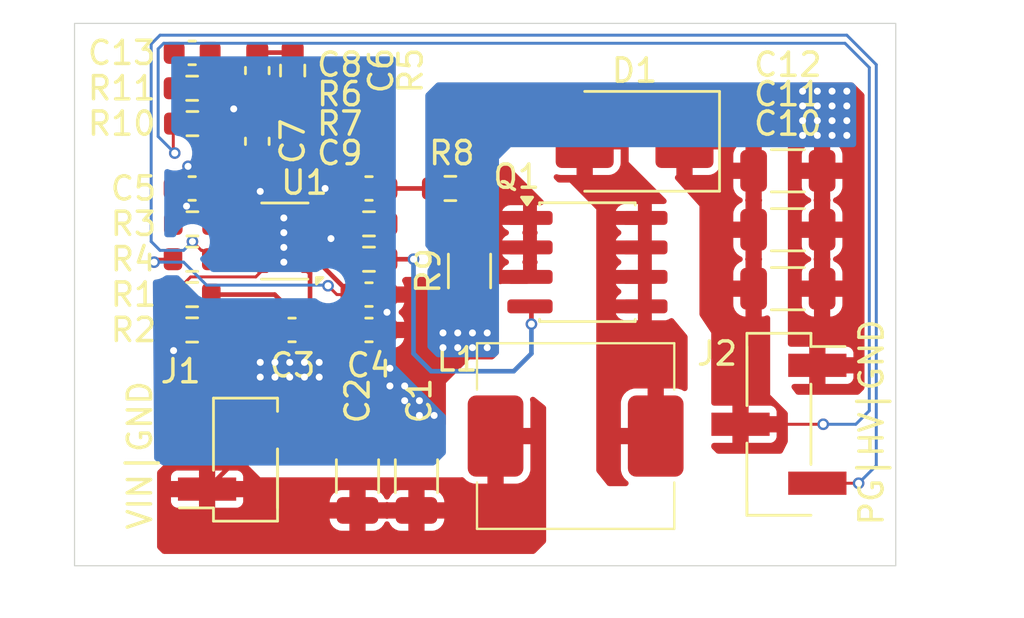
<source format=kicad_pcb>
(kicad_pcb (version 20241229) (generator "pcbnew") (generator_version "9.0")
  (layers (0 "F.Cu" signal) (2 "B.Cu" signal) (13 "F.Paste" user) (15 "B.Paste" user) (5 "F.SilkS" user "F.Silkscreen") (7 "B.SilkS" user "B.Silkscreen") (1 "F.Mask" user) (3 "B.Mask" user) (25 "Edge.Cuts" user))
  (net 0 "")
  (net 1 "GND")
  (net 2 "Net-(J1-Pin_1)")
  (net 3 "Net-(U1-SS)")
  (net 4 "Net-(C8-Pad1)")
  (net 5 "Net-(U1-COMP)")
  (net 6 "Net-(C6-Pad1)")
  (net 7 "PWR_HV_VCC")
  (net 8 "Net-(D1-K)")
  (net 9 "Net-(U1-FB)")
  (net 10 "Net-(D1-A)")
  (net 11 "PW_GOOD")
  (net 12 "Net-(Q1-S-Pad1)")
  (net 13 "Net-(Q1-G)")
  (net 14 "Net-(U1-UVLO{slash}EN{slash}SYNC)")
  (net 15 "Net-(U1-RT)")
  (net 16 "Net-(U1-CS)")
  (net 17 "Net-(U1-GATE)")
  (footprint "Resistor_SMD:R_0603_1608Metric" (layer "F.Cu") (at 112.014 64.008 180)
    (property "Reference" "R3" (at 2.54 0 0) (layer "F.SilkS"))
    (property "Value" "220k")
    (fp_line (start -0.237258 0.5225) (end 0.237258 0.5225) (stroke (width 0.12)) (layer "F.SilkS"))
    (fp_line (start -0.237258 -0.5225) (end 0.237258 -0.5225) (stroke (width 0.12)) (layer "F.SilkS"))
    (pad "1" smd roundrect (at -0.825 0 180) (size 0.8 0.95) (layers "F.Cu" "F.Mask" "F.Paste") (net 15 "Net-(U1-RT)"))
    (pad "2" smd roundrect (at 0.825 0 180) (size 0.8 0.95) (layers "F.Cu" "F.Mask" "F.Paste") (net 1 "GND"))
  )
  (footprint "Capacitor_SMD:C_0603_1608Metric" (layer "F.Cu") (at 112.001 56.642 180)
    (property "Reference" "C13" (at 3.035 0 0) (layer "F.SilkS"))
    (property "Value" "NC")
    (fp_line (start -0.14058 0.51) (end 0.14058 0.51) (stroke (width 0.12)) (layer "F.SilkS"))
    (fp_line (start -0.14058 -0.51) (end 0.14058 -0.51) (stroke (width 0.12)) (layer "F.SilkS"))
    (pad "1" smd roundrect (at -0.775 0 180) (size 0.9 0.95) (layers "F.Cu" "F.Mask" "F.Paste") (net 9 "Net-(U1-FB)"))
    (pad "2" smd roundrect (at 0.775 0 180) (size 0.9 0.95) (layers "F.Cu" "F.Mask" "F.Paste") (net 1 "GND"))
  )
  (footprint "Capacitor_SMD:C_1206_3216Metric" (layer "F.Cu") (at 137.668 64.262)
    (property "Reference" "C11" (at 0 -5.842 0) (layer "F.SilkS"))
    (property "Value" "0.47u/200V")
    (fp_line (start -0.711252 -0.91) (end 0.711252 -0.91) (stroke (width 0.12)) (layer "F.SilkS"))
    (fp_line (start -0.711252 0.91) (end 0.711252 0.91) (stroke (width 0.12)) (layer "F.SilkS"))
    (pad "1" smd roundrect (at -1.475 0) (size 1.15 1.8) (layers "F.Cu" "F.Mask" "F.Paste") (roundrect_rratio 0.217391) (net 8 "Net-(D1-K)"))
    (pad "2" smd roundrect (at 1.475 0) (size 1.15 1.8) (layers "F.Cu" "F.Mask" "F.Paste") (roundrect_rratio 0.217391) (net 1 "GND"))
  )
  (footprint "Package_SO:SOIC-8_3.9x4.9mm_P1.27mm" (layer "F.Cu") (at 129.032 65.659)
    (property "Reference" "Q1" (at -3.048 -3.683 0) (layer "F.SilkS"))
    (property "Value" "FDS2734")
    (fp_line (start -2.06 -2.56) (end 2.06 -2.56) (stroke (width 0.12)) (layer "F.SilkS"))
    (fp_line (start -2.06 -2.465) (end -2.06 -2.56) (stroke (width 0.12)) (layer "F.SilkS"))
    (fp_line (start -2.06 2.56) (end -2.06 2.465) (stroke (width 0.12)) (layer "F.SilkS"))
    (fp_line (start 2.06 -2.56) (end 2.06 -2.465) (stroke (width 0.12)) (layer "F.SilkS"))
    (fp_line (start 2.06 2.465) (end 2.06 2.56) (stroke (width 0.12)) (layer "F.SilkS"))
    (fp_line (start 2.06 2.56) (end -2.06 2.56) (stroke (width 0.12)) (layer "F.SilkS"))
    (fp_poly (pts (xy -2.6 -2.47) (xy -2.84 -2.8) (xy -2.36 -2.8)) (stroke (width 0.12)) (fill yes) (layer "F.SilkS"))
    (pad "1" smd roundrect (at -2.475 -1.905) (size 1.95 0.6) (layers "F.Cu" "F.Mask" "F.Paste") (net 12 "Net-(Q1-S-Pad1)"))
    (pad "2" smd roundrect (at -2.475 -0.635) (size 1.95 0.6) (layers "F.Cu" "F.Mask" "F.Paste") (net 12 "Net-(Q1-S-Pad1)"))
    (pad "3" smd roundrect (at -2.475 0.635) (size 1.95 0.6) (layers "F.Cu" "F.Mask" "F.Paste") (net 12 "Net-(Q1-S-Pad1)"))
    (pad "4" smd roundrect (at -2.475 1.905) (size 1.95 0.6) (layers "F.Cu" "F.Mask" "F.Paste") (net 13 "Net-(Q1-G)"))
    (pad "5" smd roundrect (at 2.475 1.905) (size 1.95 0.6) (layers "F.Cu" "F.Mask" "F.Paste") (net 10 "Net-(D1-A)"))
    (pad "6" smd roundrect (at 2.475 0.635) (size 1.95 0.6) (layers "F.Cu" "F.Mask" "F.Paste") (net 10 "Net-(D1-A)"))
    (pad "7" smd roundrect (at 2.475 -0.635) (size 1.95 0.6) (layers "F.Cu" "F.Mask" "F.Paste") (net 10 "Net-(D1-A)"))
    (pad "8" smd roundrect (at 2.475 -1.905) (size 1.95 0.6) (layers "F.Cu" "F.Mask" "F.Paste") (net 10 "Net-(D1-A)"))
  )
  (footprint "Resistor_SMD:R_0603_1608Metric" (layer "F.Cu") (at 112.001 67.056 180)
    (property "Reference" "R1" (at 2.527 0 0) (layer "F.SilkS"))
    (property "Value" "50k")
    (fp_line (start -0.237258 0.5225) (end 0.237258 0.5225) (stroke (width 0.12)) (layer "F.SilkS"))
    (fp_line (start -0.237258 -0.5225) (end 0.237258 -0.5225) (stroke (width 0.12)) (layer "F.SilkS"))
    (pad "1" smd roundrect (at -0.825 0 180) (size 0.8 0.95) (layers "F.Cu" "F.Mask" "F.Paste") (net 2 "Net-(J1-Pin_1)"))
    (pad "2" smd roundrect (at 0.825 0 180) (size 0.8 0.95) (layers "F.Cu" "F.Mask" "F.Paste") (net 14 "Net-(U1-UVLO{slash}EN{slash}SYNC)"))
  )
  (footprint "Capacitor_SMD:C_0603_1608Metric" (layer "F.Cu") (at 114.808 60.452 90)
    (property "Reference" "C7" (at 0 1.524 90) (layer "F.SilkS"))
    (property "Value" "33p")
    (fp_line (start -0.14058 -0.51) (end 0.14058 -0.51) (stroke (width 0.12)) (layer "F.SilkS"))
    (fp_line (start -0.14058 0.51) (end 0.14058 0.51) (stroke (width 0.12)) (layer "F.SilkS"))
    (pad "1" smd roundrect (at -0.775 0 90) (size 0.9 0.95) (layers "F.Cu" "F.Mask" "F.Paste") (net 5 "Net-(U1-COMP)"))
    (pad "2" smd roundrect (at 0.775 0 90) (size 0.9 0.95) (layers "F.Cu" "F.Mask" "F.Paste") (net 1 "GND"))
  )
  (footprint "Capacitor_SMD:C_0603_1608Metric" (layer "F.Cu") (at 112.001 62.484 180)
    (property "Reference" "C5" (at 2.527 0 0) (layer "F.SilkS"))
    (property "Value" "180n")
    (fp_line (start -0.14058 0.51) (end 0.14058 0.51) (stroke (width 0.12)) (layer "F.SilkS"))
    (fp_line (start -0.14058 -0.51) (end 0.14058 -0.51) (stroke (width 0.12)) (layer "F.SilkS"))
    (pad "1" smd roundrect (at -0.775 0 180) (size 0.9 0.95) (layers "F.Cu" "F.Mask" "F.Paste") (net 3 "Net-(U1-SS)"))
    (pad "2" smd roundrect (at 0.775 0 180) (size 0.9 0.95) (layers "F.Cu" "F.Mask" "F.Paste") (net 1 "GND"))
  )
  (footprint "johnson:PowerInductor_8mmx8.5mm" (layer "F.Cu") (at 128.524 73.152)
    (property "Reference" "L1" (at -5.105 -3.302 0) (layer "F.SilkS"))
    (property "Value" "PSPMAA0805-100M-ANP")
    (fp_line (start -4.25 -4) (end -4.25 -2) (stroke (width 0.1)) (layer "F.SilkS"))
    (fp_line (start -4.25 -4) (end 4.25 -4) (stroke (width 0.1)) (layer "F.SilkS"))
    (fp_line (start -4.25 2) (end -4.25 4) (stroke (width 0.1)) (layer "F.SilkS"))
    (fp_line (start -4.25 4) (end 4.25 4) (stroke (width 0.1)) (layer "F.SilkS"))
    (fp_line (start 4.25 -4) (end 4.25 -2) (stroke (width 0.1)) (layer "F.SilkS"))
    (fp_line (start 4.25 4) (end 4.25 2) (stroke (width 0.1)) (layer "F.SilkS"))
    (pad "1" smd roundrect (at -3.45 0) (size 2.4 3.5) (layers "F.Cu" "F.Mask" "F.Paste") (roundrect_rratio 0.15) (net 2 "Net-(J1-Pin_1)"))
    (pad "2" smd roundrect (at 3.45 0) (size 2.4 3.5) (layers "F.Cu" "F.Mask" "F.Paste") (roundrect_rratio 0.15) (net 10 "Net-(D1-A)"))
  )
  (footprint "Connector_PinHeader_2.54mm:PinHeader_1x03_P2.54mm_Vertical_SMD_Pin1Right" (layer "F.Cu") (at 137.283 72.644)
    (property "Reference" "J2" (at -2.663 -3.048 0) (layer "F.SilkS"))
    (property "Value" "X6511WVS-03H-C60D48R1")
    (fp_line (start -1.38 -3.92) (end -1.38 -0.81) (stroke (width 0.12)) (layer "F.SilkS"))
    (fp_line (start -1.38 -3.92) (end 1.38 -3.92) (stroke (width 0.12)) (layer "F.SilkS"))
    (fp_line (start -1.38 -3.35) (end -1.38 -0.81) (stroke (width 0.12)) (layer "F.SilkS"))
    (fp_line (start -1.38 0.81) (end -1.38 3.92) (stroke (width 0.12)) (layer "F.SilkS"))
    (fp_line (start -1.38 3.35) (end -1.38 3.92) (stroke (width 0.12)) (layer "F.SilkS"))
    (fp_line (start -1.38 3.92) (end 1.38 3.92) (stroke (width 0.12)) (layer "F.SilkS"))
    (fp_line (start 1.38 -3.92) (end 1.38 -3.35) (stroke (width 0.12)) (layer "F.SilkS"))
    (fp_line (start 1.38 -3.35) (end 2.85 -3.35) (stroke (width 0.12)) (layer "F.SilkS"))
    (fp_line (start 1.38 -1.73) (end 1.38 1.73) (stroke (width 0.12)) (layer "F.SilkS"))
    (pad "1" smd rect (at 1.655 -2.54) (size 2.51 1) (layers "F.Cu" "F.Mask" "F.Paste") (net 1 "GND"))
    (pad "2" smd rect (at -1.655 0) (size 2.51 1) (layers "F.Cu" "F.Mask" "F.Paste") (net 8 "Net-(D1-K)"))
    (pad "3" smd rect (at 1.655 2.54) (size 2.51 1) (layers "F.Cu" "F.Mask" "F.Paste") (net 11 "PW_GOOD"))
  )
  (footprint "Resistor_SMD:R_0603_1608Metric" (layer "F.Cu") (at 112.014 59.69)
    (property "Reference" "R10" (at -3.048 0 0) (layer "F.SilkS"))
    (property "Value" "50k")
    (fp_line (start -0.237258 -0.5225) (end 0.237258 -0.5225) (stroke (width 0.12)) (layer "F.SilkS"))
    (fp_line (start -0.237258 0.5225) (end 0.237258 0.5225) (stroke (width 0.12)) (layer "F.SilkS"))
    (pad "1" smd roundrect (at -0.825 0) (size 0.8 0.95) (layers "F.Cu" "F.Mask" "F.Paste") (net 8 "Net-(D1-K)"))
    (pad "2" smd roundrect (at 0.825 0) (size 0.8 0.95) (layers "F.Cu" "F.Mask" "F.Paste") (net 9 "Net-(U1-FB)"))
  )
  (footprint "Capacitor_SMD:C_1206_3216Metric" (layer "F.Cu") (at 137.668 61.722)
    (property "Reference" "C12" (at 0 -4.572 0) (layer "F.SilkS"))
    (property "Value" "0.47u/200V")
    (fp_line (start -0.711252 -0.91) (end 0.711252 -0.91) (stroke (width 0.12)) (layer "F.SilkS"))
    (fp_line (start -0.711252 0.91) (end 0.711252 0.91) (stroke (width 0.12)) (layer "F.SilkS"))
    (pad "1" smd roundrect (at -1.475 0) (size 1.15 1.8) (layers "F.Cu" "F.Mask" "F.Paste") (roundrect_rratio 0.217391) (net 8 "Net-(D1-K)"))
    (pad "2" smd roundrect (at 1.475 0) (size 1.15 1.8) (layers "F.Cu" "F.Mask" "F.Paste") (roundrect_rratio 0.217391) (net 1 "GND"))
  )
  (footprint "Resistor_SMD:R_0603_1608Metric" (layer "F.Cu") (at 119.621 65.532)
    (property "Reference" "R7" (at -1.257 -5.842 0) (layer "F.SilkS"))
    (property "Value" "0")
    (fp_line (start -0.237258 -0.5225) (end 0.237258 -0.5225) (stroke (width 0.12)) (layer "F.SilkS"))
    (fp_line (start -0.237258 0.5225) (end 0.237258 0.5225) (stroke (width 0.12)) (layer "F.SilkS"))
    (pad "1" smd roundrect (at -0.825 0) (size 0.8 0.95) (layers "F.Cu" "F.Mask" "F.Paste") (net 17 "Net-(U1-GATE)"))
    (pad "2" smd roundrect (at 0.825 0) (size 0.8 0.95) (layers "F.Cu" "F.Mask" "F.Paste") (net 13 "Net-(Q1-G)"))
  )
  (footprint "Diode_SMD:D_SMB" (layer "F.Cu") (at 131.064 60.452 180)
    (property "Reference" "D1" (at 0 3.048 0) (layer "F.SilkS"))
    (property "Value" "ES5EB")
    (fp_line (start -3.66 2.15) (end 2.15 2.15) (stroke (width 0.12)) (layer "F.SilkS"))
    (fp_line (start -3.66 -2.15) (end 2.15 -2.15) (stroke (width 0.12)) (layer "F.SilkS"))
    (fp_line (start -3.66 -2.15) (end -3.66 2.15) (stroke (width 0.12)) (layer "F.SilkS"))
    (pad "1" smd roundrect (at -2.15 0 180) (size 2.5 2.3) (layers "F.Cu" "F.Mask" "F.Paste") (roundrect_rratio 0.1086956522) (net 8 "Net-(D1-K)"))
    (pad "2" smd roundrect (at 2.15 0 180) (size 2.5 2.3) (layers "F.Cu" "F.Mask" "F.Paste") (roundrect_rratio 0.1086956522) (net 10 "Net-(D1-A)"))
  )
  (footprint "Capacitor_SMD:C_0603_1608Metric" (layer "F.Cu") (at 119.621 68.58)
    (property "Reference" "C4" (at 0.013 1.524 0) (layer "F.SilkS"))
    (property "Value" "0.1u")
    (fp_line (start -0.14058 -0.51) (end 0.14058 -0.51) (stroke (width 0.12)) (layer "F.SilkS"))
    (fp_line (start -0.14058 0.51) (end 0.14058 0.51) (stroke (width 0.12)) (layer "F.SilkS"))
    (pad "1" smd roundrect (at -0.775 0) (size 0.9 0.95) (layers "F.Cu" "F.Mask" "F.Paste") (net 2 "Net-(J1-Pin_1)"))
    (pad "2" smd roundrect (at 0.775 0) (size 0.9 0.95) (layers "F.Cu" "F.Mask" "F.Paste") (net 1 "GND"))
  )
  (footprint "Capacitor_SMD:C_1206_3216Metric" (layer "F.Cu") (at 137.668 66.802)
    (property "Reference" "C10" (at 0 -7.112 180) (layer "F.SilkS"))
    (property "Value" "0.1u/200V")
    (fp_line (start -0.711252 -0.91) (end 0.711252 -0.91) (stroke (width 0.12)) (layer "F.SilkS"))
    (fp_line (start -0.711252 0.91) (end 0.711252 0.91) (stroke (width 0.12)) (layer "F.SilkS"))
    (pad "1" smd roundrect (at -1.475 0) (size 1.15 1.8) (layers "F.Cu" "F.Mask" "F.Paste") (roundrect_rratio 0.217391) (net 8 "Net-(D1-K)"))
    (pad "2" smd roundrect (at 1.475 0) (size 1.15 1.8) (layers "F.Cu" "F.Mask" "F.Paste") (roundrect_rratio 0.217391) (net 1 "GND"))
  )
  (footprint "Package_SON:WSON-12-1EP_3x2mm_P0.5mm_EP1x2.65" (layer "F.Cu") (at 115.987 64.75 180)
    (property "Reference" "U1" (at -0.853 2.52 0) (layer "F.SilkS"))
    (property "Value" "LM5155")
    (fp_line (start -1 -1.64) (end 1 -1.64) (stroke (width 0.12)) (layer "F.SilkS"))
    (fp_line (start -1.01 1.64) (end 0.99 1.64) (stroke (width 0.12)) (layer "F.SilkS"))
    (fp_poly (pts (xy -1.37 -1.57) (xy -1.65 -1.57) (xy -1.37 -1.85) (xy -1.37 -1.57)) (stroke (width 0.12)) (fill yes) (layer "F.SilkS"))
    (pad "1" smd roundrect (at -0.95 -1.25 180) (size 0.5 0.25) (layers "F.Cu" "F.Mask" "F.Paste") (net 2 "Net-(J1-Pin_1)"))
    (pad "2" smd roundrect (at -0.95 -0.75 180) (size 0.5 0.25) (layers "F.Cu" "F.Mask" "F.Paste") (net 7 "PWR_HV_VCC"))
    (pad "3" smd roundrect (at -0.95 -0.25 180) (size 0.5 0.25) (layers "F.Cu" "F.Mask" "F.Paste") (net 17 "Net-(U1-GATE)"))
    (pad "4" smd roundrect (at -0.95 0.25 180) (size 0.5 0.25) (layers "F.Cu" "F.Mask" "F.Paste") (net 1 "GND"))
    (pad "5" smd roundrect (at -0.95 0.75 180) (size 0.5 0.25) (layers "F.Cu" "F.Mask" "F.Paste") (net 16 "Net-(U1-CS)"))
    (pad "6" smd roundrect (at -0.95 1.25 180) (size 0.5 0.25) (layers "F.Cu" "F.Mask" "F.Paste") (net 5 "Net-(U1-COMP)"))
    (pad "7" smd roundrect (at 0.95 1.25 180) (size 0.5 0.25) (layers "F.Cu" "F.Mask" "F.Paste") (net 1 "GND"))
    (pad "8" smd roundrect (at 0.95 0.75 180) (size 0.5 0.25) (layers "F.Cu" "F.Mask" "F.Paste") (net 9 "Net-(U1-FB)"))
    (pad "9" smd roundrect (at 0.95 0.25 180) (size 0.5 0.25) (layers "F.Cu" "F.Mask" "F.Paste") (net 3 "Net-(U1-SS)"))
    (pad "10" smd roundrect (at 0.95 -0.25 180) (size 0.5 0.25) (layers "F.Cu" "F.Mask" "F.Paste") (net 15 "Net-(U1-RT)"))
    (pad "11" smd roundrect (at 0.95 -0.75 180) (size 0.5 0.25) (layers "F.Cu" "F.Mask" "F.Paste") (net 11 "PW_GOOD"))
    (pad "12" smd roundrect (at 0.95 -1.25 180) (size 0.5 0.25) (layers "F.Cu" "F.Mask" "F.Paste") (net 14 "Net-(U1-UVLO{slash}EN{slash}SYNC)"))
    (pad "13" smd rect (at 0 0 180) (size 1 2.65) (layers "F.Cu" "F.Mask") (net 1 "GND"))
  )
  (footprint "Capacitor_SMD:C_1206_3216Metric" (layer "F.Cu") (at 121.666 74.881 90)
    (property "Reference" "C1" (at 3.253 0.123 90) (layer "F.SilkS"))
    (property "Value" "100u")
    (fp_line (start -0.711252 -0.91) (end 0.711252 -0.91) (stroke (width 0.12)) (layer "F.SilkS"))
    (fp_line (start -0.711252 0.91) (end 0.711252 0.91) (stroke (width 0.12)) (layer "F.SilkS"))
    (pad "1" smd roundrect (at -1.475 0 90) (size 1.15 1.8) (layers "F.Cu" "F.Mask" "F.Paste") (roundrect_rratio 0.217391) (net 2 "Net-(J1-Pin_1)"))
    (pad "2" smd roundrect (at 1.475 0 90) (size 1.15 1.8) (layers "F.Cu" "F.Mask" "F.Paste") (roundrect_rratio 0.217391) (net 1 "GND"))
  )
  (footprint "Resistor_SMD:R_0603_1608Metric" (layer "F.Cu") (at 112.001 58.166 180)
    (property "Reference" "R11" (at 3.035 0 0) (layer "F.SilkS"))
    (property "Value" "300")
    (fp_line (start -0.237258 0.5225) (end 0.237258 0.5225) (stroke (width 0.12)) (layer "F.SilkS"))
    (fp_line (start -0.237258 -0.5225) (end 0.237258 -0.5225) (stroke (width 0.12)) (layer "F.SilkS"))
    (pad "1" smd roundrect (at -0.825 0 180) (size 0.8 0.95) (layers "F.Cu" "F.Mask" "F.Paste") (net 9 "Net-(U1-FB)"))
    (pad "2" smd roundrect (at 0.825 0 180) (size 0.8 0.95) (layers "F.Cu" "F.Mask" "F.Paste") (net 1 "GND"))
  )
  (footprint "Connector_PinHeader_2.54mm:PinHeader_1x02_P2.54mm_Vertical_SMD_Pin1Right" (layer "F.Cu") (at 114.3 74.168 180)
    (property "Reference" "J1" (at 2.794 3.81 0) (layer "F.SilkS"))
    (property "Value" "X6511WVS-02H-C60D48R1")
    (fp_line (start 1.38 -0.46) (end 1.38 2.65) (stroke (width 0.12)) (layer "F.SilkS"))
    (fp_line (start 1.38 -2.08) (end 2.85 -2.08) (stroke (width 0.12)) (layer "F.SilkS"))
    (fp_line (start 1.38 -2.65) (end 1.38 -2.08) (stroke (width 0.12)) (layer "F.SilkS"))
    (fp_line (start -1.38 2.65) (end 1.38 2.65) (stroke (width 0.12)) (layer "F.SilkS"))
    (fp_line (start -1.38 2.08) (end -1.38 2.65) (stroke (width 0.12)) (layer "F.SilkS"))
    (fp_line (start -1.38 -2.08) (end -1.38 0.46) (stroke (width 0.12)) (layer "F.SilkS"))
    (fp_line (start -1.38 -2.65) (end 1.38 -2.65) (stroke (width 0.12)) (layer "F.SilkS"))
    (fp_line (start -1.38 -2.65) (end -1.38 0.46) (stroke (width 0.12)) (layer "F.SilkS"))
    (pad "1" smd rect (at 1.655 -1.27 180) (size 2.51 1) (layers "F.Cu" "F.Mask" "F.Paste") (net 2 "Net-(J1-Pin_1)"))
    (pad "2" smd rect (at -1.655 1.27 180) (size 2.51 1) (layers "F.Cu" "F.Mask" "F.Paste") (net 1 "GND"))
  )
  (footprint "Capacitor_SMD:C_0603_1608Metric" (layer "F.Cu") (at 114.808 57.404 -90)
    (property "Reference" "C6" (at 0 -5.334 90) (layer "F.SilkS"))
    (property "Value" "18n")
    (fp_line (start -0.14058 0.51) (end 0.14058 0.51) (stroke (width 0.12)) (layer "F.SilkS"))
    (fp_line (start -0.14058 -0.51) (end 0.14058 -0.51) (stroke (width 0.12)) (layer "F.SilkS"))
    (pad "1" smd roundrect (at -0.775 0 270) (size 0.9 0.95) (layers "F.Cu" "F.Mask" "F.Paste") (net 6 "Net-(C6-Pad1)"))
    (pad "2" smd roundrect (at 0.775 0 270) (size 0.9 0.95) (layers "F.Cu" "F.Mask" "F.Paste") (net 1 "GND"))
  )
  (footprint "Resistor_SMD:R_0603_1608Metric" (layer "F.Cu") (at 119.621 64.008 180)
    (property "Reference" "R6" (at 1.257 5.588 0) (layer "F.SilkS"))
    (property "Value" "0")
    (fp_line (start -0.237258 0.5225) (end 0.237258 0.5225) (stroke (width 0.12)) (layer "F.SilkS"))
    (fp_line (start -0.237258 -0.5225) (end 0.237258 -0.5225) (stroke (width 0.12)) (layer "F.SilkS"))
    (pad "1" smd roundrect (at -0.825 0 180) (size 0.8 0.95) (layers "F.Cu" "F.Mask" "F.Paste") (net 4 "Net-(C8-Pad1)"))
    (pad "2" smd roundrect (at 0.825 0 180) (size 0.8 0.95) (layers "F.Cu" "F.Mask" "F.Paste") (net 16 "Net-(U1-CS)"))
  )
  (footprint "Capacitor_SMD:C_0603_1608Metric" (layer "F.Cu") (at 119.621 67.056 180)
    (property "Reference" "C9" (at 1.257 6.096 0) (layer "F.SilkS"))
    (property "Value" "1u")
    (fp_line (start -0.14058 0.51) (end 0.14058 0.51) (stroke (width 0.12)) (layer "F.SilkS"))
    (fp_line (start -0.14058 -0.51) (end 0.14058 -0.51) (stroke (width 0.12)) (layer "F.SilkS"))
    (pad "1" smd roundrect (at -0.775 0 180) (size 0.9 0.95) (layers "F.Cu" "F.Mask" "F.Paste") (net 1 "GND"))
    (pad "2" smd roundrect (at 0.775 0 180) (size 0.9 0.95) (layers "F.Cu" "F.Mask" "F.Paste") (net 7 "PWR_HV_VCC"))
  )
  (footprint "Capacitor_SMD:C_1206_3216Metric" (layer "F.Cu") (at 119.126 74.881 90)
    (property "Reference" "C2" (at 3.253 0 90) (layer "F.SilkS"))
    (property "Value" "100u")
    (fp_line (start -0.711252 -0.91) (end 0.711252 -0.91) (stroke (width 0.12)) (layer "F.SilkS"))
    (fp_line (start -0.711252 0.91) (end 0.711252 0.91) (stroke (width 0.12)) (layer "F.SilkS"))
    (pad "1" smd roundrect (at -1.475 0 90) (size 1.15 1.8) (layers "F.Cu" "F.Mask" "F.Paste") (roundrect_rratio 0.217391) (net 2 "Net-(J1-Pin_1)"))
    (pad "2" smd roundrect (at 1.475 0 90) (size 1.15 1.8) (layers "F.Cu" "F.Mask" "F.Paste") (roundrect_rratio 0.217391) (net 1 "GND"))
  )
  (footprint "Resistor_SMD:R_0603_1608Metric" (layer "F.Cu") (at 123.127 62.484 180)
    (property "Reference" "R8" (at -0.063 1.524 0) (layer "F.SilkS"))
    (property "Value" "0")
    (fp_line (start -0.237258 0.5225) (end 0.237258 0.5225) (stroke (width 0.12)) (layer "F.SilkS"))
    (fp_line (start -0.237258 -0.5225) (end 0.237258 -0.5225) (stroke (width 0.12)) (layer "F.SilkS"))
    (pad "1" smd roundrect (at -0.825 0 180) (size 0.8 0.95) (layers "F.Cu" "F.Mask" "F.Paste") (net 12 "Net-(Q1-S-Pad1)"))
    (pad "2" smd roundrect (at 0.825 0 180) (size 0.8 0.95) (layers "F.Cu" "F.Mask" "F.Paste") (net 4 "Net-(C8-Pad1)"))
  )
  (footprint "Resistor_SMD:R_0603_1608Metric" (layer "F.Cu") (at 112.001 65.532)
    (property "Reference" "R4" (at -2.527 0 0) (layer "F.SilkS"))
    (property "Value" "10k")
    (fp_line (start -0.237258 -0.5225) (end 0.237258 -0.5225) (stroke (width 0.12)) (layer "F.SilkS"))
    (fp_line (start -0.237258 0.5225) (end 0.237258 0.5225) (stroke (width 0.12)) (layer "F.SilkS"))
    (pad "1" smd roundrect (at -0.825 0) (size 0.8 0.95) (layers "F.Cu" "F.Mask" "F.Paste") (net 7 "PWR_HV_VCC"))
    (pad "2" smd roundrect (at 0.825 0) (size 0.8 0.95) (layers "F.Cu" "F.Mask" "F.Paste") (net 11 "PW_GOOD"))
  )
  (footprint "Resistor_SMD:R_1206_3216Metric" (layer "F.Cu") (at 123.952 66.04 -90)
    (property "Reference" "R9" (at 0 1.778 90) (layer "F.SilkS"))
    (property "Value" "LMJ12MF1P0R047")
    (fp_line (start -0.727064 0.91) (end 0.727064 0.91) (stroke (width 0.12)) (layer "F.SilkS"))
    (fp_line (start -0.727064 -0.91) (end 0.727064 -0.91) (stroke (width 0.12)) (layer "F.SilkS"))
    (pad "1" smd roundrect (at -1.4625 0 270) (size 1.125 1.75) (layers "F.Cu" "F.Mask" "F.Paste") (roundrect_rratio 0.222222) (net 12 "Net-(Q1-S-Pad1)"))
    (pad "2" smd roundrect (at 1.4625 0 270) (size 1.125 1.75) (layers "F.Cu" "F.Mask" "F.Paste") (roundrect_rratio 0.222222) (net 1 "GND"))
  )
  (footprint "Resistor_SMD:R_0603_1608Metric" (layer "F.Cu") (at 112.001 68.58 180)
    (property "Reference" "R2" (at 2.527 0 0) (layer "F.SilkS"))
    (property "Value" "25k")
    (fp_line (start -0.237258 0.5225) (end 0.237258 0.5225) (stroke (width 0.12)) (layer "F.SilkS"))
    (fp_line (start -0.237258 -0.5225) (end 0.237258 -0.5225) (stroke (width 0.12)) (layer "F.SilkS"))
    (pad "1" smd roundrect (at -0.825 0 180) (size 0.8 0.95) (layers "F.Cu" "F.Mask" "F.Paste") (net 14 "Net-(U1-UVLO{slash}EN{slash}SYNC)"))
    (pad "2" smd roundrect (at 0.825 0 180) (size 0.8 0.95) (layers "F.Cu" "F.Mask" "F.Paste") (net 1 "GND"))
  )
  (footprint "Capacitor_SMD:C_0603_1608Metric" (layer "F.Cu") (at 119.621 62.484 180)
    (property "Reference" "C8" (at 1.257 5.334 0) (layer "F.SilkS"))
    (property "Value" "1n")
    (fp_line (start -0.14058 0.51) (end 0.14058 0.51) (stroke (width 0.12)) (layer "F.SilkS"))
    (fp_line (start -0.14058 -0.51) (end 0.14058 -0.51) (stroke (width 0.12)) (layer "F.SilkS"))
    (pad "1" smd roundrect (at -0.775 0 180) (size 0.9 0.95) (layers "F.Cu" "F.Mask" "F.Paste") (net 4 "Net-(C8-Pad1)"))
    (pad "2" smd roundrect (at 0.775 0 180) (size 0.9 0.95) (layers "F.Cu" "F.Mask" "F.Paste") (net 1 "GND"))
  )
  (footprint "Capacitor_SMD:C_0603_1608Metric" (layer "F.Cu") (at 116.306 68.58 180)
    (property "Reference" "C3" (at -0.026 -1.524 0) (layer "F.SilkS"))
    (property "Value" "10u")
    (fp_line (start -0.14058 0.51) (end 0.14058 0.51) (stroke (width 0.12)) (layer "F.SilkS"))
    (fp_line (start -0.14058 -0.51) (end 0.14058 -0.51) (stroke (width 0.12)) (layer "F.SilkS"))
    (pad "1" smd roundrect (at -0.775 0 180) (size 0.9 0.95) (layers "F.Cu" "F.Mask" "F.Paste") (net 2 "Net-(J1-Pin_1)"))
    (pad "2" smd roundrect (at 0.775 0 180) (size 0.9 0.95) (layers "F.Cu" "F.Mask" "F.Paste") (net 1 "GND"))
  )
  (footprint "Resistor_SMD:R_0603_1608Metric" (layer "F.Cu") (at 116.332 57.404 90)
    (property "Reference" "R5" (at 0 5.08 90) (layer "F.SilkS"))
    (property "Value" "30k")
    (fp_line (start -0.237258 -0.5225) (end 0.237258 -0.5225) (stroke (width 0.12)) (layer "F.SilkS"))
    (fp_line (start -0.237258 0.5225) (end 0.237258 0.5225) (stroke (width 0.12)) (layer "F.SilkS"))
    (pad "1" smd roundrect (at -0.825 0 90) (size 0.8 0.95) (layers "F.Cu" "F.Mask" "F.Paste") (net 5 "Net-(U1-COMP)"))
    (pad "2" smd roundrect (at 0.825 0 90) (size 0.8 0.95) (layers "F.Cu" "F.Mask" "F.Paste") (net 6 "Net-(C6-Pad1)"))
  )
  (gr_rect (start 106.934 55.372) (end 142.3162 78.74) (stroke (width 0.05)) (fill no) (layer "Edge.Cuts"))
  (gr_text "PG|HV|GND " (at 141.859 77.089 90) (layer "F.SilkS") (effects (font (size 1 1)) (justify left bottom)))
  (gr_text "VIN|GND" (at 110.3376 77.2668 90) (layer "F.SilkS") (effects (font (size 1 1)) (justify left bottom)))
  (segment (start 116.237 64.5) (end 115.987 64.75) (width 0.127) (layer "F.Cu") (net 1))
  (segment (start 114.808 59.055) (end 113.792 59.055) (width 0.2) (layer "F.Cu") (net 1))
  (segment (start 111.189 63.246) (end 111.76 63.246) (width 0.127) (layer "F.Cu") (net 1))
  (segment (start 115.5192 63.5) (end 115.7732 63.754) (width 0.127) (layer "F.Cu") (net 1))
  (segment (start 111.8235 61.5315) (end 111.226 62.129) (width 0.2) (layer "F.Cu") (net 1))
  (segment (start 111.189 63.246) (end 111.189 62.521) (width 0.2) (layer "F.Cu") (net 1))
  (segment (start 111.189 64.008) (end 111.189 63.246) (width 0.2) (layer "F.Cu") (net 1))
  (segment (start 111.226 62.129) (end 111.226 62.484) (width 0.2) (layer "F.Cu") (net 1))
  (segment (start 112.138 61.217) (end 112.138 59.128) (width 0.2) (layer "F.Cu") (net 1))
  (segment (start 115.037 63.5) (end 115.5192 63.5) (width 0.127) (layer "F.Cu") (net 1))
  (segment (start 111.226 56.642) (end 111.226 58.116) (width 0.2) (layer "F.Cu") (net 1))
  (segment (start 115.037 62.713) (end 114.935 62.611) (width 0.127) (layer "F.Cu") (net 1))
  (segment (start 111.2012 69.4436) (end 111.176 69.4184) (width 0.127) (layer "F.Cu") (net 1))
  (segment (start 117.84 64.5) (end 116.937 64.5) (width 0.2) (layer "F.Cu") (net 1))
  (segment (start 111.176 69.4184) (end 111.176 68.58) (width 0.127) (layer "F.Cu") (net 1))
  (segment (start 114.808 59.055) (end 114.808 59.677) (width 0.2) (layer "F.Cu") (net 1))
  (segment (start 111.8235 61.5315) (end 112.138 61.217) (width 0.2) (layer "F.Cu") (net 1))
  (segment (start 116.332 64.5) (end 116.237 64.5) (width 0.127) (layer "F.Cu") (net 1))
  (segment (start 118.846 62.484) (end 117.729 62.484) (width 0.2) (layer "F.Cu") (net 1))
  (segment (start 111.226 58.116) (end 111.176 58.166) (width 0.2) (layer "F.Cu") (net 1))
  (segment (start 114.808 58.179) (end 114.808 59.055) (width 0.2) (layer "F.Cu") (net 1))
  (segment (start 112.138 59.128) (end 111.176 58.166) (width 0.2) (layer "F.Cu") (net 1))
  (segment (start 117.983 64.643) (end 117.84 64.5) (width 0.2) (layer "F.Cu") (net 1))
  (segment (start 116.937 64.5) (end 116.332 64.5) (width 0.127) (layer "F.Cu") (net 1))
  (segment (start 111.189 62.521) (end 111.226 62.484) (width 0.2) (layer "F.Cu") (net 1))
  (segment (start 115.037 63.5) (end 115.037 62.713) (width 0.127) (layer "F.Cu") (net 1))
  (segment (start 111.2012 69.469) (end 111.2012 69.4436) (width 0.127) (layer "F.Cu") (net 1))
  (via (at 120.523 70.993) (size 0.5) (drill 0.3) (layers "F.Cu" "B.Cu") (net 1))
  (via (at 115.57 69.977) (size 0.5) (drill 0.3) (layers "F.Cu" "B.Cu") (net 1))
  (via (at 124.079 68.707) (size 0.5) (drill 0.3) (layers "F.Cu" "B.Cu") (net 1))
  (via (at 114.935 62.611) (size 0.5) (drill 0.3) (layers "F.Cu" "B.Cu") (net 1))
  (via (at 117.475 69.977) (size 0.5) (drill 0.3) (layers "F.Cu" "B.Cu") (net 1))
  (via (at 116.205 70.612) (size 0.5) (drill 0.3) (layers "F.Cu" "B.Cu") (net 1))
  (via (at 116.205 69.977) (size 0.5) (drill 0.3) (layers "F.Cu" "B.Cu") (net 1))
  (via (at 140.208 60.198) (size 0.5) (drill 0.3) (layers "F.Cu" "B.Cu") (net 1))
  (via (at 113.792 59.055) (size 0.5) (drill 0.3) (layers "F.Cu" "B.Cu") (net 1))
  (via (at 121.793 71.628) (size 0.5) (drill 0.3) (layers "F.Cu" "B.Cu") (net 1))
  (via (at 138.303 58.928) (size 0.5) (drill 0.3) (layers "F.Cu" "B.Cu") (net 1))
  (via (at 111.76 63.246) (size 0.5) (drill 0.3) (layers "F.Cu" "B.Cu") (net 1))
  (via (at 121.158 71.628) (size 0.5) (drill 0.3) (layers "F.Cu" "B.Cu") (net 1))
  (via (at 111.8235 61.5315) (size 0.5) (drill 0.3) (layers "F.Cu" "B.Cu") (net 1))
  (via (at 138.938 58.293) (size 0.5) (drill 0.3) (layers "F.Cu" "B.Cu") (net 1))
  (via (at 140.208 58.293) (size 0.5) (drill 0.3) (layers "F.Cu" "B.Cu") (net 1))
  (via (at 114.935 70.612) (size 0.5) (drill 0.3) (layers "F.Cu" "B.Cu") (net 1))
  (via (at 121.158 70.993) (size 0.5) (drill 0.3) (layers "F.Cu" "B.Cu") (net 1))
  (via (at 115.951 65.659) (size 0.5) (drill 0.3) (layers "F.Cu" "B.Cu") (net 1))
  (via (at 114.935 69.977) (size 0.5) (drill 0.3) (layers "F.Cu" "B.Cu") (net 1))
  (via (at 138.303 60.198) (size 0.5) (drill 0.3) (layers "F.Cu" "B.Cu") (net 1))
  (via (at 111.2012 69.469) (size 0.5) (drill 0.3) (layers "F.Cu" "B.Cu") (net 1))
  (via (at 140.208 58.928) (size 0.5) (drill 0.3) (layers "F.Cu" "B.Cu") (net 1))
  (via (at 138.303 58.293) (size 0.5) (drill 0.3) (layers "F.Cu" "B.Cu") (net 1))
  (via (at 139.573 58.928) (size 0.5) (drill 0.3) (layers "F.Cu" "B.Cu") (net 1))
  (via (at 117.475 70.612) (size 0.5) (drill 0.3) (layers "F.Cu" "B.Cu") (net 1))
  (via (at 115.57 70.612) (size 0.5) (drill 0.3) (layers "F.Cu" "B.Cu") (net 1))
  (via (at 116.84 70.612) (size 0.5) (drill 0.3) (layers "F.Cu" "B.Cu") (net 1))
  (via (at 139.573 59.563) (size 0.5) (drill 0.3) (layers "F.Cu" "B.Cu") (net 1))
  (via (at 122.809 68.707) (size 0.5) (drill 0.3) (layers "F.Cu" "B.Cu") (net 1))
  (via (at 120.396 67.818) (size 0.5) (drill 0.3) (layers "F.Cu" "B.Cu") (net 1))
  (via (at 122.809 69.342) (size 0.5) (drill 0.3) (layers "F.Cu" "B.Cu") (net 1))
  (via (at 123.444 69.342) (size 0.5) (drill 0.3) (layers "F.Cu" "B.Cu") (net 1))
  (via (at 117.983 64.643) (size 0.5) (drill 0.3) (layers "F.Cu" "B.Cu") (net 1))
  (via (at 122.428 72.263) (size 0.5) (drill 0.3) (layers "F.Cu" "B.Cu") (net 1))
  (via (at 138.938 59.563) (size 0.5) (drill 0.3) (layers "F.Cu" "B.Cu") (net 1))
  (via (at 117.729 62.484) (size 0.5) (drill 0.3) (layers "F.Cu" "B.Cu") (net 1))
  (via (at 138.938 60.198) (size 0.5) (drill 0.3) (layers "F.Cu" "B.Cu") (net 1))
  (via (at 139.573 58.293) (size 0.5) (drill 0.3) (layers "F.Cu" "B.Cu") (net 1))
  (via (at 115.951 63.754) (size 0.5) (drill 0.3) (layers "F.Cu" "B.Cu") (net 1))
  (via (at 120.523 70.231) (size 0.5) (drill 0.3) (layers "F.Cu" "B.Cu") (net 1))
  (via (at 124.079 69.342) (size 0.5) (drill 0.3) (layers "F.Cu" "B.Cu") (net 1))
  (via (at 115.951 64.389) (size 0.5) (drill 0.3) (layers "F.Cu" "B.Cu") (net 1))
  (via (at 116.84 69.977) (size 0.5) (drill 0.3) (layers "F.Cu" "B.Cu") (net 1))
  (via (at 139.573 60.198) (size 0.5) (drill 0.3) (layers "F.Cu" "B.Cu") (net 1))
  (via (at 140.208 59.563) (size 0.5) (drill 0.3) (layers "F.Cu" "B.Cu") (net 1))
  (via (at 124.714 69.342) (size 0.5) (drill 0.3) (layers "F.Cu" "B.Cu") (net 1))
  (via (at 138.303 59.563) (size 0.5) (drill 0.3) (layers "F.Cu" "B.Cu") (net 1))
  (via (at 124.714 68.707) (size 0.5) (drill 0.3) (layers "F.Cu" "B.Cu") (net 1))
  (via (at 138.938 58.928) (size 0.5) (drill 0.3) (layers "F.Cu" "B.Cu") (net 1))
  (via (at 121.793 72.263) (size 0.5) (drill 0.3) (layers "F.Cu" "B.Cu") (net 1))
  (via (at 123.444 68.707) (size 0.5) (drill 0.3) (layers "F.Cu" "B.Cu") (net 1))
  (via (at 115.951 65.024) (size 0.5) (drill 0.3) (layers "F.Cu" "B.Cu") (net 1))
  (segment (start 116.937 66) (end 117.081 66.144) (width 0.2) (layer "F.Cu") (net 2))
  (segment (start 113.527 74.556) (end 113.527 67.757) (width 0.2) (layer "F.Cu") (net 2))
  (segment (start 113.527 67.757) (end 112.826 67.056) (width 0.2) (layer "F.Cu") (net 2))
  (segment (start 117.081 66.144) (end 117.081 68.58) (width 0.2) (layer "F.Cu") (net 2))
  (segment (start 117.081 68.58) (end 117.081 68.593) (width 0.2) (layer "F.Cu") (net 2))
  (segment (start 112.826 67.056) (end 115.557 67.056) (width 0.2) (layer "F.Cu") (net 2))
  (segment (start 117.081 68.58) (end 118.846 68.58) (width 0.2) (layer "F.Cu") (net 2))
  (segment (start 115.557 67.056) (end 117.081 68.58) (width 0.2) (layer "F.Cu") (net 2))
  (segment (start 112.645 75.438) (end 113.527 74.556) (width 0.2) (layer "F.Cu") (net 2))
  (segment (start 113.8936 64.0334) (end 113.8936 63.6016) (width 0.127) (layer "F.Cu") (net 3))
  (segment (start 115.037 64.5) (end 114.3602 64.5) (width 0.127) (layer "F.Cu") (net 3))
  (segment (start 112.776 62.504798) (end 112.776 62.484) (width 0.2) (layer "F.Cu") (net 3))
  (segment (start 113.8936 63.6016) (end 112.776 62.484) (width 0.127) (layer "F.Cu") (net 3))
  (segment (start 114.3602 64.5) (end 113.8936 64.0334) (width 0.127) (layer "F.Cu") (net 3))
  (segment (start 122.302 62.484) (end 120.396 62.484) (width 0.2) (layer "F.Cu") (net 4))
  (segment (start 120.446 64.008) (end 120.446 62.534) (width 0.2) (layer "F.Cu") (net 4))
  (segment (start 120.446 62.534) (end 120.396 62.484) (width 0.2) (layer "F.Cu") (net 4))
  (segment (start 116.937 63.5) (end 116.937 58.834) (width 0.2) (layer "F.Cu") (net 5))
  (segment (start 116.937 63.356) (end 116.937 63.5) (width 0.2) (layer "F.Cu") (net 5))
  (segment (start 114.808 61.227) (end 116.937 63.356) (width 0.2) (layer "F.Cu") (net 5))
  (segment (start 116.937 58.834) (end 116.332 58.229) (width 0.2) (layer "F.Cu") (net 5))
  (segment (start 114.808 56.629) (end 116.282 56.629) (width 0.2) (layer "F.Cu") (net 6))
  (segment (start 116.282 56.629) (end 116.332 56.579) (width 0.2) (layer "F.Cu") (net 6))
  (segment (start 118.846 67.056) (end 118.237 67.056) (width 0.127) (layer "F.Cu") (net 7))
  (segment (start 116.937 65.5) (end 117.29 65.5) (width 0.2) (layer "F.Cu") (net 7))
  (segment (start 117.29 65.5) (end 118.846 67.056) (width 0.2) (layer "F.Cu") (net 7))
  (segment (start 118.237 67.056) (end 117.856 66.675) (width 0.127) (layer "F.Cu") (net 7))
  (segment (start 110.49 65.532) (end 111.176 65.532) (width 0.127) (layer "F.Cu") (net 7))
  (segment (start 110.363 65.659) (end 110.49 65.532) (width 0.127) (layer "F.Cu") (net 7))
  (via (at 110.363 65.659) (size 0.5) (drill 0.3) (layers "F.Cu" "B.Cu") (net 7))
  (via (at 117.856 66.675) (size 0.5) (drill 0.3) (layers "F.Cu" "B.Cu") (net 7))
  (segment (start 112.6236 66.6496) (end 117.8306 66.6496) (width 0.127) (layer "B.Cu") (net 7))
  (segment (start 117.8306 66.6496) (end 117.856 66.675) (width 0.127) (layer "B.Cu") (net 7))
  (segment (start 110.363 65.659) (end 111.633 65.659) (width 0.127) (layer "B.Cu") (net 7))
  (segment (start 111.633 65.659) (end 112.6236 66.6496) (width 0.127) (layer "B.Cu") (net 7))
  (segment (start 111.189 60.897) (end 111.189 59.69) (width 0.127) (layer "F.Cu") (net 8))
  (segment (start 111.252 60.96) (end 111.189 60.897) (width 0.127) (layer "F.Cu") (net 8))
  (segment (start 139.192 72.644) (end 135.628 72.644) (width 0.127) (layer "F.Cu") (net 8))
  (via (at 139.192 72.644) (size 0.5) (drill 0.3) (layers "F.Cu" "B.Cu") (net 8))
  (via (at 111.252 60.96) (size 0.5) (drill 0.3) (layers "F.Cu" "B.Cu") (net 8))
  (segment (start 110.537 56.468) (end 110.537 60.245) (width 0.127) (layer "B.Cu") (net 8))
  (segment (start 140.595 72.644) (end 141.177 72.062) (width 0.127) (layer "B.Cu") (net 8))
  (segment (start 110.777 56.228) (end 110.537 56.468) (width 0.127) (layer "B.Cu") (net 8))
  (segment (start 141.177 57.274678) (end 140.130322 56.228) (width 0.127) (layer "B.Cu") (net 8))
  (segment (start 140.130322 56.228) (end 110.777 56.228) (width 0.127) (layer "B.Cu") (net 8))
  (segment (start 139.192 72.644) (end 140.595 72.644) (width 0.127) (layer "B.Cu") (net 8))
  (segment (start 110.537 60.245) (end 111.252 60.96) (width 0.127) (layer "B.Cu") (net 8))
  (segment (start 141.177 72.062) (end 141.177 57.274678) (width 0.127) (layer "B.Cu") (net 8))
  (segment (start 114.2446 63.473398) (end 114.2446 61.9714) (width 0.2) (layer "F.Cu") (net 9))
  (segment (start 114.2446 61.9714) (end 112.839 60.5658) (width 0.2) (layer "F.Cu") (net 9))
  (segment (start 112.839 59.69) (end 112.839 58.179) (width 0.2) (layer "F.Cu") (net 9))
  (segment (start 112.826 58.166) (end 112.826 56.692) (width 0.2) (layer "F.Cu") (net 9))
  (segment (start 115.037 64) (end 114.771202 64) (width 0.2) (layer "F.Cu") (net 9))
  (segment (start 114.771202 64) (end 114.2446 63.473398) (width 0.2) (layer "F.Cu") (net 9))
  (segment (start 112.839 60.5658) (end 112.839 59.69) (width 0.2) (layer "F.Cu") (net 9))
  (segment (start 112.839 58.179) (end 112.826 58.166) (width 0.2) (layer "F.Cu") (net 9))
  (segment (start 112.826 56.692) (end 112.776 56.642) (width 0.2) (layer "F.Cu") (net 9))
  (segment (start 112.014 64.77) (end 112.395 65.151) (width 0.127) (layer "F.Cu") (net 11))
  (segment (start 112.826 65.532) (end 112.858 65.5) (width 0.127) (layer "F.Cu") (net 11))
  (segment (start 140.716 75.184) (end 138.938 75.184) (width 0.127) (layer "F.Cu") (net 11))
  (segment (start 112.858 65.5) (end 115.037 65.5) (width 0.127) (layer "F.Cu") (net 11))
  (segment (start 112.445 65.151) (end 112.826 65.532) (width 0.127) (layer "F.Cu") (net 11))
  (segment (start 112.395 65.151) (end 112.445 65.151) (width 0.127) (layer "F.Cu") (net 11))
  (via (at 140.716 75.184) (size 0.5) (drill 0.3) (layers "F.Cu" "B.Cu") (net 11))
  (via (at 112.014 64.77) (size 0.5) (drill 0.3) (layers "F.Cu" "B.Cu") (net 11))
  (segment (start 110.236 56.261) (end 110.617 55.88) (width 0.127) (layer "B.Cu") (net 11))
  (segment (start 112.014 64.77) (end 111.633 65.151) (width 0.127) (layer "B.Cu") (net 11))
  (segment (start 110.617 65.151) (end 110.236 64.77) (width 0.127) (layer "B.Cu") (net 11))
  (segment (start 110.236 64.77) (end 110.236 56.261) (width 0.127) (layer "B.Cu") (net 11))
  (segment (start 140.208 55.88) (end 141.478 57.15) (width 0.127) (layer "B.Cu") (net 11))
  (segment (start 141.478 74.422) (end 140.716 75.184) (width 0.127) (layer "B.Cu") (net 11))
  (segment (start 111.633 65.151) (end 110.617 65.151) (width 0.127) (layer "B.Cu") (net 11))
  (segment (start 141.478 57.15) (end 141.478 74.422) (width 0.127) (layer "B.Cu") (net 11))
  (segment (start 110.617 55.88) (end 140.208 55.88) (width 0.127) (layer "B.Cu") (net 11))
  (segment (start 126.619 67.626) (end 126.557 67.564) (width 0.2) (layer "F.Cu") (net 13))
  (segment (start 126.619 68.326) (end 126.619 67.626) (width 0.2) (layer "F.Cu") (net 13))
  (segment (start 120.446 65.532) (end 121.539 65.532) (width 0.2) (layer "F.Cu") (net 13))
  (via (at 121.539 65.532) (size 0.5) (drill 0.3) (layers "F.Cu" "B.Cu") (net 13))
  (via (at 126.619 68.326) (size 0.5) (drill 0.3) (layers "F.Cu" "B.Cu") (net 13))
  (segment (start 122.301 70.358) (end 125.857 70.358) (width 0.2) (layer "B.Cu") (net 13))
  (segment (start 126.619 69.596) (end 126.619 68.326) (width 0.2) (layer "B.Cu") (net 13))
  (segment (start 125.857 70.358) (end 126.619 69.596) (width 0.2) (layer "B.Cu") (net 13))
  (segment (start 121.539 69.596) (end 122.301 70.358) (width 0.2) (layer "B.Cu") (net 13))
  (segment (start 121.539 65.532) (end 121.539 69.596) (width 0.2) (layer "B.Cu") (net 13))
  (segment (start 111.302 67.056) (end 112.826 68.58) (width 0.2) (layer "F.Cu") (net 14))
  (segment (start 115.037 66) (end 114.743 66.294) (width 0.127) (layer "F.Cu") (net 14))
  (segment (start 114.743 66.294) (end 111.938 66.294) (width 0.127) (layer "F.Cu") (net 14))
  (segment (start 111.938 66.294) (end 111.176 67.056) (width 0.127) (layer "F.Cu") (net 14))
  (segment (start 111.176 67.056) (end 111.302 67.056) (width 0.2) (layer "F.Cu") (net 14))
  (segment (start 113.831 65) (end 112.839 64.008) (width 0.2) (layer "F.Cu") (net 15))
  (segment (start 115.037 65) (end 113.831 65) (width 0.2) (layer "F.Cu") (net 15))
  (segment (start 116.937 64) (end 118.788 64) (width 0.2) (layer "F.Cu") (net 16))
  (segment (start 118.788 64) (end 118.796 64.008) (width 0.2) (layer "F.Cu") (net 16))
  (segment (start 117.983 65.532) (end 118.796 65.532) (width 0.2) (layer "F.Cu") (net 17))
  (segment (start 116.937 65) (end 117.451 65) (width 0.2) (layer "F.Cu") (net 17))
  (segment (start 117.451 65) (end 117.983 65.532) (width 0.2) (layer "F.Cu") (net 17))
  (zone (net 1) (net_name "GND") (layer "F.Cu") (priority 2) (connect_pads (clearance 0.5)) (min_thickness 0.25) (fill yes (thermal_gap 0.3) (thermal_bridge_width 0.7))
    (polygon (pts (xy 120.142 66.294) (xy 124.46 66.294) (xy 125.222 67.056) (xy 125.222 69.596) (xy 124.968 69.85) (xy 123.952 69.85) (xy 122.936 70.866) (xy 122.936 73.406) (xy 122.555 73.914) (xy 114.935 73.914) (xy 114.046 73.152) (xy 114.046 68.072) (xy 114.3 67.818) (xy 115.824 67.818) (xy 116.078 68.072) (xy 116.078 69.088) (xy 116.332 69.342) (xy 119.634 69.342) (xy 119.888 69.088) (xy 119.888 66.548)))
  )
  (zone (net 12) (net_name "Net-(Q1-S-Pad1)") (layer "F.Cu") (priority 3) (connect_pads (clearance 0.5)) (min_thickness 0.25) (fill yes (thermal_gap 0.25) (thermal_bridge_width 0.7))
    (polygon (pts (xy 123.698 61.468) (xy 125.603 61.468) (xy 127.635 63.5) (xy 127.635 66.294) (xy 127.127 66.802) (xy 125.476 66.802) (xy 124.206 65.786) (xy 122.936 65.786) (xy 122.428 65.278) (xy 122.428 64.008) (xy 123.19 63.246) (xy 123.19 61.976)))
  )
  (zone (net 1) (net_name "GND") (layer "F.Cu") (priority 5) (connect_pads (clearance 0.5)) (min_thickness 0.25) (fill yes (thermal_gap 0.3) (thermal_bridge_width 0.7))
    (polygon (pts (xy 137.668 68.58) (xy 137.668 70.866) (xy 138.049 71.374) (xy 140.716 71.374) (xy 140.97 71.12) (xy 140.97 58.42) (xy 140.462 57.912) (xy 138.176 57.912) (xy 137.668 58.42) (xy 137.668 68.072)))
  )
  (zone (net 10) (net_name "Net-(D1-A)") (layer "F.Cu") (priority 1) (connect_pads (clearance 0.5)) (min_thickness 0.25) (fill yes (thermal_gap 0.3) (thermal_bridge_width 0.7))
    (polygon (pts (xy 127.508 58.928) (xy 127.254 59.309) (xy 127.254 61.722) (xy 127.762 62.23) (xy 128.27 62.23) (xy 129.413 63.389067) (xy 129.413 74.676) (xy 129.921 75.311) (xy 132.715 75.311) (xy 133.35 74.676) (xy 133.35 68.834) (xy 132.715 68.072) (xy 132.715 63.246) (xy 130.81 61.341) (xy 130.81 59.309) (xy 130.429 58.928)))
  )
  (zone (net 8) (net_name "Net-(D1-K)") (layer "F.Cu") (priority 4) (connect_pads (clearance 0.5)) (min_thickness 0.25) (fill yes (thermal_gap 0.3) (thermal_bridge_width 0.7))
    (polygon (pts (xy 133.223 58.166) (xy 135.128 58.166) (xy 136.906 59.944) (xy 136.906 68.072) (xy 136.906 68.580952) (xy 136.906 71.374) (xy 137.668 72.136) (xy 137.668 73.406) (xy 137.414 73.914) (xy 134.62 73.914) (xy 134.366 73.66) (xy 134.366 68.707) (xy 133.858 67.945) (xy 133.858 63.246) (xy 132.715 61.976) (xy 132.715 58.547)))
  )
  (zone (net 2) (net_name "Net-(J1-Pin_1)") (layer "F.Cu") (connect_pads (clearance 0.5)) (min_thickness 0.25) (fill yes (thermal_gap 0.3) (thermal_bridge_width 0.7))
    (polygon (pts (xy 114.173 74.168) (xy 110.998 74.168) (xy 110.49 74.676) (xy 110.49 77.978) (xy 110.744 78.232) (xy 126.746 78.232) (xy 127.254 77.724) (xy 127.254 71.882) (xy 126.619 71.374) (xy 124.46 71.374) (xy 123.825 71.882) (xy 123.825 74.676) (xy 123.571 74.93) (xy 114.935 74.93)))
  )
  (zone (net 0) (net_name "") (layer "F.Cu") (connect_pads (clearance 0)) (min_thickness 0.25)
    (keepout (tracks not_allowed) (vias not_allowed) (pads not_allowed) (copperpour not_allowed) (footprints allowed))
    (fill (thermal_gap 0.25) (thermal_bridge_width 0.7))
    (polygon (pts (xy 133.477 68.834) (xy 133.985 68.834) (xy 133.985 75.438) (xy 133.477 75.438)))
  )
  (zone (net 0) (net_name "") (layers "F.Cu" "B.Cu") (connect_pads (clearance 0)) (min_thickness 0.25)
    (keepout (tracks not_allowed) (vias not_allowed) (pads not_allowed) (copperpour not_allowed) (footprints allowed))
    (fill (thermal_gap 0.25) (thermal_bridge_width 0.7))
    (polygon (pts (xy 128.524 63.389067) (xy 129.159 63.389067) (xy 129.159 73.930067) (xy 128.524 73.930067)))
  )
  (zone (net 0) (net_name "") (layers "F.Cu" "B.Cu") (connect_pads (clearance 0)) (min_thickness 0.25)
    (keepout (tracks not_allowed) (vias not_allowed) (pads not_allowed) (copperpour not_allowed) (footprints allowed))
    (fill (thermal_gap 0.25) (thermal_bridge_width 0.7))
    (polygon (pts (xy 137.033 61.071373) (xy 137.541 61.071373) (xy 137.541 71.104373) (xy 137.033 71.104373)))
  )
  (zone (net 1) (net_name "GND") (layer "B.Cu") (priority 7) (connect_pads (clearance 0.5)) (min_thickness 0.25) (fill yes (thermal_gap 0.3) (thermal_bridge_width 0.7))
    (polygon (pts (xy 117.729 74.422) (xy 110.744 74.422) (xy 110.363 74.168) (xy 110.236 56.642) (xy 111.125 55.753) (xy 120.269 55.753) (xy 120.777 56.642) (xy 120.777 70.104) (xy 122.936 72.263) (xy 122.936 73.914) (xy 122.428 74.422)))
  )
  (zone (net 1) (net_name "GND") (layer "B.Cu") (priority 6) (connect_pads (clearance 0.5)) (min_thickness 0.25) (fill yes (thermal_gap 0.3) (thermal_bridge_width 0.7))
    (polygon (pts (xy 124.968 69.85) (xy 125.222 69.596) (xy 125.222 61.214) (xy 125.73 60.706) (xy 140.716 60.706) (xy 140.97 60.452) (xy 140.97 58.42) (xy 140.462 57.912) (xy 122.555 57.912) (xy 122.047 58.42) (xy 122.047 69.596) (xy 122.301 69.85)))
  )
)
</source>
